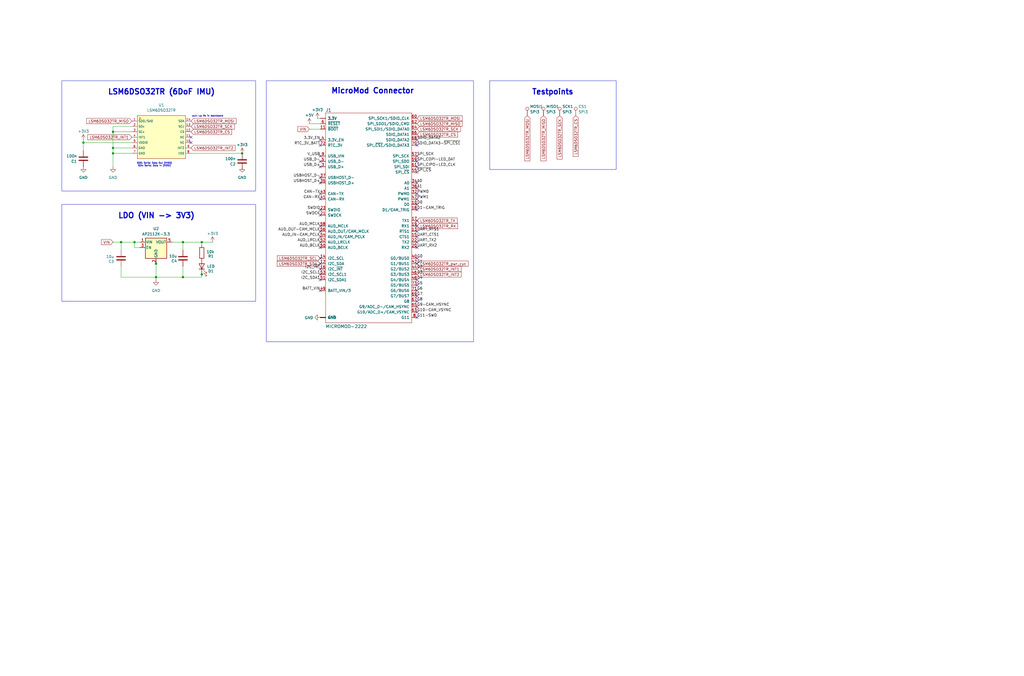
<source format=kicad_sch>
(kicad_sch (version 20250114) (generator "eeschema") (generator_version "9.0")
  (paper "User" 483.387 319.227)
  (lib_symbols
    (symbol "Connector:TestPoint" (pin_numbers (hide yes)) (pin_names (offset 0.762) (hide yes))
      (property "Reference" "TP" (at 0 6.858 0))
      (property "Value" "TestPoint" (at 0 5.08 0))
      (symbol "TestPoint_0_1"
        (circle (center 0 3.302) (radius 0.762))
      )
      (symbol "TestPoint_1_1"
        (pin passive line (at 0 0 90) (length 2.54) (name "1") (number "1"))
      )
    )
    (symbol "Device:C" (pin_numbers (hide yes)) (pin_names (offset 0.254))
      (property "Reference" "C" (at 0.635 2.54 0))
      (property "Value" "C" (at 0.635 -2.54 0))
      (symbol "C_0_1"
        (polyline (pts (xy -2.032 0.762) (xy 2.032 0.762)) (stroke (width 0.508)))
        (polyline (pts (xy -2.032 -0.762) (xy 2.032 -0.762)) (stroke (width 0.508)))
      )
      (symbol "C_1_1"
        (pin passive line (at 0 3.81 270) (length 2.794) (name "~") (number "1"))
        (pin passive line (at 0 -3.81 90) (length 2.794) (name "~") (number "2"))
      )
    )
    (symbol "Device:LED" (pin_numbers (hide yes)) (pin_names (offset 1.016) (hide yes))
      (property "Reference" "D" (at 0 2.54 0))
      (property "Value" "LED" (at 0 -2.54 0))
      (symbol "LED_0_1"
        (polyline (pts (xy -3.048 -0.762) (xy -4.572 -2.286) (xy -3.81 -2.286) (xy -4.572 -2.286) (xy -4.572 -1.524)))
        (polyline (pts (xy -1.778 -0.762) (xy -3.302 -2.286) (xy -2.54 -2.286) (xy -3.302 -2.286) (xy -3.302 -1.524)))
        (polyline (pts (xy -1.27 0) (xy 1.27 0)))
        (polyline (pts (xy -1.27 -1.27) (xy -1.27 1.27)) (stroke (width 0.254)))
        (polyline (pts (xy 1.27 -1.27) (xy 1.27 1.27) (xy -1.27 0) (xy 1.27 -1.27)) (stroke (width 0.254)))
      )
      (symbol "LED_1_1"
        (pin passive line (at -3.81 0 0) (length 2.54) (name "K") (number "1"))
        (pin passive line (at 3.81 0 180) (length 2.54) (name "A") (number "2"))
      )
    )
    (symbol "Device:R" (pin_numbers (hide yes)) (pin_names (offset 0))
      (property "Reference" "R" (at 2.032 0 90))
      (property "Value" "R" (at 0 0 90))
      (symbol "R_0_1"
        (rectangle (start -1.016 -2.54) (end 1.016 2.54) (stroke (width 0.254)))
      )
      (symbol "R_1_1"
        (pin passive line (at 0 3.81 270) (length 1.27) (name "~") (number "1"))
        (pin passive line (at 0 -3.81 90) (length 1.27) (name "~") (number "2"))
      )
    )
    (symbol "LSM6DSO32TR:LSM6DSO32TR"
      (property "Reference" "U" (at 0 1.27 0))
      (property "Value" "LSM6DSO32TR" (at 0 -2.54 0))
      (symbol "LSM6DSO32TR_0_1"
        (rectangle (start -11.43 10.16) (end 11.43 -10.16) (fill (type background)))
        (circle (center -10.16 8.89) (radius 0.381) (fill (type background)))
        (pin unspecified line (at -13.97 7.62 0) (length 2.54) (name "SDO/SA0") (number "1"))
        (pin unspecified line (at -13.97 5.08 0) (length 2.54) (name "SDx") (number "2"))
        (pin unspecified line (at -13.97 2.54 0) (length 2.54) (name "SCx") (number "3"))
        (pin unspecified line (at -13.97 0 0) (length 2.54) (name "INT1") (number "4"))
        (pin unspecified line (at -13.97 -2.54 0) (length 2.54) (name "VDDIO") (number "5"))
        (pin unspecified line (at -13.97 -5.08 0) (length 2.54) (name "GND") (number "6"))
        (pin unspecified line (at -13.97 -7.62 0) (length 2.54) (name "GND") (number "7"))
        (pin unspecified line (at 13.97 7.62 180) (length 2.54) (name "SDA") (number "14"))
        (pin unspecified line (at 13.97 5.08 180) (length 2.54) (name "SCL") (number "13"))
        (pin unspecified line (at 13.97 2.54 180) (length 2.54) (name "CS") (number "12"))
        (pin unspecified line (at 13.97 0 180) (length 2.54) (name "NC") (number "11"))
        (pin unspecified line (at 13.97 -2.54 180) (length 2.54) (name "NC") (number "10"))
        (pin unspecified line (at 13.97 -5.08 180) (length 2.54) (name "INT2") (number "9"))
        (pin unspecified line (at 13.97 -7.62 180) (length 2.54) (name "VDD") (number "8"))
      )
    )
    (symbol "MicroMod_Processor_Board_(2):MICROMOD-2222" (pin_names (offset 1.016))
      (property "Reference" "J" (at -20.32 53.848 0))
      (property "Value" "MICROMOD-2222" (at -20.32 -48.26 0))
      (symbol "MICROMOD-2222_1_0"
        (polyline (pts (xy -20.32 53.34) (xy 20.32 53.34)))
        (polyline (pts (xy -20.32 -45.72) (xy -20.32 53.34)))
        (polyline (pts (xy 20.32 53.34) (xy 20.32 -45.72)))
        (polyline (pts (xy 20.32 -45.72) (xy -20.32 -45.72)))
        (pin bidirectional line (at -22.86 50.8 0) (length 2.54) (name "3.3V") (number "2"))
        (pin bidirectional line (at -22.86 50.8 0) (length 2.54) (name "3.3V") (number "74"))
        (pin bidirectional line (at -22.86 48.26 0) (length 2.54) (name "~{RESET}") (number "6"))
        (pin bidirectional line (at -22.86 45.72 0) (length 2.54) (name "~{BOOT}") (number "11"))
        (pin bidirectional line (at -22.86 40.64 0) (length 2.54) (name "3.3V_EN") (number "4"))
        (pin bidirectional line (at -22.86 38.1 0) (length 2.54) (name "RTC_3V") (number "72"))
        (pin bidirectional line (at -22.86 33.02 0) (length 2.54) (name "USB_VIN") (number "9"))
        (pin bidirectional line (at -22.86 30.48 0) (length 2.54) (name "USB_D-") (number "5"))
        (pin bidirectional line (at -22.86 27.94 0) (length 2.54) (name "USB_D+") (number "3"))
        (pin bidirectional line (at -22.86 22.86 0) (length 2.54) (name "USBHOST_D-") (number "37"))
        (pin bidirectional line (at -22.86 20.32 0) (length 2.54) (name "USBHOST_D+") (number "35"))
        (pin bidirectional line (at -22.86 15.24 0) (length 2.54) (name "CAN-TX") (number "43"))
        (pin bidirectional line (at -22.86 12.7 0) (length 2.54) (name "CAN-RX") (number "41"))
        (pin bidirectional line (at -22.86 7.62 0) (length 2.54) (name "SWDIO") (number "23"))
        (pin bidirectional line (at -22.86 5.08 0) (length 2.54) (name "SWDCK") (number "21"))
        (pin bidirectional line (at -22.86 0 0) (length 2.54) (name "AUD_MCLK") (number "58"))
        (pin bidirectional line (at -22.86 -2.54 0) (length 2.54) (name "AUD_OUT/CAM_MCLK") (number "56"))
        (pin bidirectional line (at -22.86 -5.08 0) (length 2.54) (name "AUD_IN/CAM_PCLK") (number "54"))
        (pin bidirectional line (at -22.86 -7.62 0) (length 2.54) (name "AUD_LRCLK") (number "52"))
        (pin bidirectional line (at -22.86 -10.16 0) (length 2.54) (name "AUD_BCLK") (number "50"))
        (pin bidirectional line (at -22.86 -15.24 0) (length 2.54) (name "I2C_SCL") (number "14"))
        (pin bidirectional line (at -22.86 -17.78 0) (length 2.54) (name "I2C_SDA") (number "12"))
        (pin bidirectional line (at -22.86 -20.32 0) (length 2.54) (name "I2C_~{INT}") (number "16"))
        (pin bidirectional line (at -22.86 -22.86 0) (length 2.54) (name "I2C_SCL1") (number "53"))
        (pin bidirectional line (at -22.86 -25.4 0) (length 2.54) (name "I2C_SDA1") (number "51"))
        (pin bidirectional line (at -22.86 -30.48 0) (length 2.54) (name "BATT_VIN/3") (number "49"))
        (pin bidirectional line (at -22.86 -43.18 0) (length 2.54) (name "GND") (number "1"))
        (pin bidirectional line (at -22.86 -43.18 0) (length 2.54) (name "GND") (number "33"))
        (pin bidirectional line (at -22.86 -43.18 0) (length 2.54) (name "GND") (number "36"))
        (pin bidirectional line (at -22.86 -43.18 0) (length 2.54) (name "GND") (number "39"))
        (pin bidirectional line (at -22.86 -43.18 0) (length 2.54) (name "GND") (number "45"))
        (pin bidirectional line (at -22.86 -43.18 0) (length 2.54) (name "GND") (number "7"))
        (pin bidirectional line (at -22.86 -43.18 0) (length 2.54) (name "GND") (number "75"))
        (pin bidirectional line (at -22.86 -43.18 0) (length 2.54) (name "GND") (number "GND1"))
        (pin bidirectional line (at -22.86 -43.18 0) (length 2.54) (name "GND") (number "GND2"))
        (pin bidirectional line (at -22.86 -43.18 0) (length 2.54) (name "GND") (number "GND3"))
        (pin bidirectional line (at 22.86 50.8 180) (length 2.54) (name "SPI_SCK1/SDIO_CLK") (number "60"))
        (pin bidirectional line (at 22.86 48.26 180) (length 2.54) (name "SPI_SDO1/SDIO_CMD") (number "62"))
        (pin bidirectional line (at 22.86 45.72 180) (length 2.54) (name "SPI_SDI1/SDIO_DATA0") (number "64"))
        (pin bidirectional line (at 22.86 43.18 180) (length 2.54) (name "SDIO_DATA1") (number "66"))
        (pin bidirectional line (at 22.86 40.64 180) (length 2.54) (name "SDIO_DATA2") (number "68"))
        (pin bidirectional line (at 22.86 38.1 180) (length 2.54) (name "SPI_~{CS1}/SDIO_DATA3") (number "70"))
        (pin bidirectional line (at 22.86 33.02 180) (length 2.54) (name "SPI_SCK") (number "57"))
        (pin bidirectional line (at 22.86 30.48 180) (length 2.54) (name "SPI_SDO") (number "59"))
        (pin bidirectional line (at 22.86 27.94 180) (length 2.54) (name "SPI_SDI") (number "61"))
        (pin bidirectional line (at 22.86 25.4 180) (length 2.54) (name "SPI_~{CS}") (number "55"))
        (pin bidirectional line (at 22.86 20.32 180) (length 2.54) (name "A0") (number "34"))
        (pin bidirectional line (at 22.86 17.78 180) (length 2.54) (name "A1") (number "38"))
        (pin bidirectional line (at 22.86 15.24 180) (length 2.54) (name "PWM0") (number "32"))
        (pin bidirectional line (at 22.86 12.7 180) (length 2.54) (name "PWM1") (number "47"))
        (pin bidirectional line (at 22.86 10.16 180) (length 2.54) (name "D0") (number "10"))
        (pin bidirectional line (at 22.86 7.62 180) (length 2.54) (name "D1/CAM_TRIG") (number "18"))
        (pin bidirectional line (at 22.86 2.54 180) (length 2.54) (name "TX1") (number "17"))
        (pin bidirectional line (at 22.86 0 180) (length 2.54) (name "RX1") (number "19"))
        (pin bidirectional line (at 22.86 -2.54 180) (length 2.54) (name "RTS1") (number "13"))
        (pin bidirectional line (at 22.86 -5.08 180) (length 2.54) (name "CTS1") (number "15"))
        (pin bidirectional line (at 22.86 -7.62 180) (length 2.54) (name "TX2") (number "22"))
        (pin bidirectional line (at 22.86 -10.16 180) (length 2.54) (name "RX2") (number "20"))
        (pin bidirectional line (at 22.86 -15.24 180) (length 2.54) (name "G0/BUS0") (number "40"))
        (pin bidirectional line (at 22.86 -17.78 180) (length 2.54) (name "G1/BUS1") (number "42"))
        (pin bidirectional line (at 22.86 -20.32 180) (length 2.54) (name "G2/BUS2") (number "44"))
        (pin bidirectional line (at 22.86 -22.86 180) (length 2.54) (name "G3/BUS3") (number "46"))
        (pin bidirectional line (at 22.86 -25.4 180) (length 2.54) (name "G4/BUS4") (number "48"))
        (pin bidirectional line (at 22.86 -27.94 180) (length 2.54) (name "G5/BUS5") (number "73"))
        (pin bidirectional line (at 22.86 -30.48 180) (length 2.54) (name "G6/BUS6") (number "71"))
        (pin bidirectional line (at 22.86 -33.02 180) (length 2.54) (name "G7/BUS7") (number "69"))
        (pin bidirectional line (at 22.86 -35.56 180) (length 2.54) (name "G8") (number "67"))
        (pin bidirectional line (at 22.86 -38.1 180) (length 2.54) (name "G9/ADC_D-/CAM_HSYNC") (number "65"))
        (pin bidirectional line (at 22.86 -40.64 180) (length 2.54) (name "G10/ADC_D+/CAM_VSYNC") (number "63"))
        (pin bidirectional line (at 22.86 -43.18 180) (length 2.54) (name "G11") (number "8"))
      )
    )
    (symbol "Regulator_Linear:AP2112K-3.3" (pin_names (offset 0.254))
      (property "Reference" "U" (at -5.08 5.715 0))
      (property "Value" "AP2112K-3.3" (at 0 5.715 0))
      (symbol "AP2112K-3.3_0_1"
        (rectangle (start -5.08 4.445) (end 5.08 -5.08) (stroke (width 0.254)) (fill (type background)))
      )
      (symbol "AP2112K-3.3_1_1"
        (pin power_in line (at -7.62 2.54 0) (length 2.54) (name "VIN") (number "1"))
        (pin input line (at -7.62 0 0) (length 2.54) (name "EN") (number "3"))
        (pin power_in line (at 0 -7.62 90) (length 2.54) (name "GND") (number "2"))
        (pin no_connect line (at 5.08 0 180) (length 2.54) (hide yes) (name "NC") (number "4"))
        (pin power_out line (at 7.62 2.54 180) (length 2.54) (name "VOUT") (number "5"))
      )
    )
    (symbol "power:+3V3" (power) (pin_numbers (hide yes)) (pin_names (offset 0) (hide yes))
      (property "Value" "+3V3" (at 0 3.556 0))
      (symbol "+3V3_0_1"
        (polyline (pts (xy -0.762 1.27) (xy 0 2.54)))
        (polyline (pts (xy 0 2.54) (xy 0.762 1.27)))
        (polyline (pts (xy 0 0) (xy 0 2.54)))
      )
      (symbol "+3V3_1_1"
        (pin power_in line (at 0 0 90) (length 0) (name "~") (number "1"))
      )
    )
    (symbol "power:GND" (power) (pin_numbers (hide yes)) (pin_names (offset 0) (hide yes))
      (property "Value" "GND" (at 0 -3.81 0))
      (symbol "GND_0_1"
        (polyline (pts (xy 0 0) (xy 0 -1.27) (xy 1.27 -1.27) (xy 0 -2.54) (xy -1.27 -1.27) (xy 0 -1.27)))
      )
      (symbol "GND_1_1"
        (pin power_in line (at 0 0 270) (length 0) (name "~") (number "1"))
      )
    )
  )
  (rectangle (start 125.73 38.1) (end 223.52 161.29))
  (rectangle (start 29.21 38.1) (end 120.65 90.17))
  (rectangle (start 29.21 96.52) (end 120.65 142.24))
  (rectangle (start 231.14 38.1) (end 290.83 80.01))
  (text "Testpoints" (at 250.952 44.958 0) (effects (font (size 2.54 2.54) (thickness 0.508) (bold yes)) (justify left bottom)))
  (text "LSM6DSO32TR (6DoF IMU)" (at 50.8 44.958 0) (effects (font (size 2.54 2.54) (thickness 0.508) (bold yes)) (justify left bottom)))
  (text "SDO: Serial Data Out (MISO)\nSDA: Serial Data In (MOSI)" (at 72.898 77.724 0) (effects (font (size 0.762 0.762))))
  (text "MicroMod Connector" (at 156.21 44.45 0) (effects (font (size 2.54 2.54) (thickness 0.508) (bold yes)) (justify left bottom)))
  (text "LDO (VIN -> 3V3)" (at 55.626 103.378 0) (effects (font (size 2.54 2.54) (thickness 0.508) (bold yes)) (justify left bottom)))
  (text "pull-up Rs in backboard" (at 98.044 54.864 0) (effects (font (size 0.762 0.762))))
  (junction (at 53.34 69.85))
  (junction (at 39.37 67.31))
  (junction (at 63.5 114.3))
  (junction (at 86.36 114.3))
  (junction (at 86.36 130.81))
  (junction (at 73.66 124.46))
  (junction (at 53.34 72.39))
  (junction (at 73.66 130.81))
  (junction (at 95.25 114.3))
  (junction (at 57.15 114.3))
  (junction (at 114.3 72.39))
  (junction (at 53.34 62.23))
  (junction (at 95.25 129.54))
  (no_connect (at 196.85 137.16))
  (no_connect (at 196.85 142.24))
  (no_connect (at 151.13 116.84))
  (no_connect (at 151.13 124.46))
  (no_connect (at 151.13 91.44))
  (no_connect (at 196.85 66.04))
  (no_connect (at 90.17 67.31))
  (no_connect (at 90.17 64.77))
  (no_connect (at 196.85 149.86))
  (no_connect (at 196.85 78.74))
  (no_connect (at 151.13 83.82))
  (no_connect (at 151.13 73.66))
  (no_connect (at 196.85 73.66))
  (no_connect (at 151.13 111.76))
  (no_connect (at 151.13 121.92))
  (no_connect (at 196.85 96.52))
  (no_connect (at 151.13 137.16))
  (no_connect (at 196.85 91.44))
  (no_connect (at 151.13 99.06))
  (no_connect (at 196.85 81.28))
  (no_connect (at 151.13 68.58))
  (no_connect (at 151.13 93.98))
  (no_connect (at 196.85 121.92))
  (no_connect (at 196.85 144.78))
  (no_connect (at 196.85 114.3))
  (no_connect (at 151.13 106.68))
  (no_connect (at 196.85 147.32))
  (no_connect (at 196.85 104.14))
  (no_connect (at 196.85 86.36))
  (no_connect (at 196.85 68.58))
  (no_connect (at 151.13 129.54))
  (no_connect (at 196.85 106.68))
  (no_connect (at 196.85 132.08))
  (no_connect (at 196.85 134.62))
  (no_connect (at 151.13 76.2))
  (no_connect (at 196.85 109.22))
  (no_connect (at 151.13 66.04))
  (no_connect (at 151.13 101.6))
  (no_connect (at 151.13 114.3))
  (no_connect (at 196.85 139.7))
  (no_connect (at 196.85 111.76))
  (no_connect (at 151.13 78.74))
  (no_connect (at 196.85 93.98))
  (no_connect (at 196.85 124.46))
  (no_connect (at 151.13 127))
  (no_connect (at 196.85 116.84))
  (no_connect (at 196.85 76.2))
  (no_connect (at 151.13 86.36))
  (no_connect (at 151.13 132.08))
  (no_connect (at 196.85 88.9))
  (no_connect (at 196.85 99.06))
  (no_connect (at 151.13 109.22))
  (wire (pts (xy 95.25 115.57) (xy 95.25 114.3)))
  (wire (pts (xy 73.66 123.19) (xy 73.66 124.46)))
  (wire (pts (xy 95.25 130.81) (xy 86.36 130.81)))
  (wire (pts (xy 86.36 125.73) (xy 86.36 130.81)))
  (wire (pts (xy 146.05 58.42) (xy 151.13 58.42)))
  (wire (pts (xy 86.36 114.3) (xy 81.28 114.3)))
  (wire (pts (xy 53.34 62.23) (xy 62.23 62.23)))
  (wire (pts (xy 95.25 121.92) (xy 95.25 123.19)))
  (wire (pts (xy 63.5 114.3) (xy 66.04 114.3)))
  (wire (pts (xy 53.34 114.3) (xy 57.15 114.3)))
  (wire (pts (xy 146.05 60.96) (xy 151.13 60.96)))
  (wire (pts (xy 73.66 124.46) (xy 73.66 130.81)))
  (wire (pts (xy 149.86 55.88) (xy 151.13 55.88)))
  (wire (pts (xy 57.15 130.81) (xy 73.66 130.81)))
  (wire (pts (xy 53.34 72.39) (xy 62.23 72.39)))
  (wire (pts (xy 95.25 128.27) (xy 95.25 129.54)))
  (wire (pts (xy 57.15 118.11) (xy 57.15 114.3)))
  (wire (pts (xy 62.23 69.85) (xy 53.34 69.85)))
  (wire (pts (xy 73.66 132.08) (xy 73.66 130.81)))
  (wire (pts (xy 53.34 59.69) (xy 53.34 62.23)))
  (wire (pts (xy 53.34 69.85) (xy 53.34 72.39)))
  (wire (pts (xy 53.34 78.74) (xy 53.34 72.39)))
  (wire (pts (xy 95.25 114.3) (xy 86.36 114.3)))
  (wire (pts (xy 39.37 71.12) (xy 39.37 67.31)))
  (wire (pts (xy 90.17 72.39) (xy 114.3 72.39)))
  (wire (pts (xy 63.5 116.84) (xy 63.5 114.3)))
  (wire (pts (xy 62.23 59.69) (xy 53.34 59.69)))
  (wire (pts (xy 86.36 130.81) (xy 73.66 130.81)))
  (wire (pts (xy 39.37 66.04) (xy 39.37 67.31)))
  (wire (pts (xy 39.37 67.31) (xy 62.23 67.31)))
  (wire (pts (xy 95.25 114.3) (xy 100.33 114.3)))
  (wire (pts (xy 57.15 125.73) (xy 57.15 130.81)))
  (wire (pts (xy 114.3 78.74) (xy 114.3 80.01)))
  (wire (pts (xy 53.34 62.23) (xy 53.34 69.85)))
  (wire (pts (xy 66.04 116.84) (xy 63.5 116.84)))
  (wire (pts (xy 86.36 118.11) (xy 86.36 114.3)))
  (wire (pts (xy 95.25 129.54) (xy 95.25 130.81)))
  (wire (pts (xy 57.15 114.3) (xy 63.5 114.3)))
  (label "3.3V_EN" (at 151.13 66.04 180))
  (label "AUD_IN-CAM_PCLK" (at 151.13 111.76 180))
  (label "G3" (at 196.85 129.54 0))
  (label "UART_CTS1" (at 196.85 111.76 0))
  (label "UART_RX2" (at 196.85 116.84 0))
  (label "G5" (at 196.85 134.62 0))
  (label "AUD_LRCLK" (at 151.13 114.3 180))
  (label "SWDIO" (at 151.13 99.06 180))
  (label "G9-CAM_HSYNC" (at 196.85 144.78 0))
  (label "I2C_SCL1" (at 151.13 129.54 180))
  (label "USB_D+" (at 151.13 78.74 180))
  (label "I2C_~{INT}" (at 151.13 127 180))
  (label "D1-CAM_TRIG" (at 196.85 99.06 0))
  (label "SPI_CIPO-LED_CLK" (at 196.85 78.74 0))
  (label "AUD_OUT-CAM_MCLK" (at 151.13 109.22 180))
  (label "D0" (at 196.85 96.52 0))
  (label "UART_TX2" (at 196.85 114.3 0))
  (label "G11-SWO" (at 196.85 149.86 0))
  (label "SDIO_DATA2" (at 196.85 66.04 0))
  (label "AUD_MCLK" (at 151.13 106.68 180))
  (label "CAN-RX" (at 151.13 93.98 180))
  (label "SDIO_DATA3-~{SPI_CS1}" (at 196.85 68.58 0))
  (label "~{SPI_CS}" (at 196.85 81.28 0))
  (label "UART_RTS1" (at 196.85 109.22 0))
  (label "USBHOST_D-" (at 151.13 83.82 180))
  (label "G1" (at 196.85 124.46 0))
  (label "CAN-TX" (at 151.13 91.44 180))
  (label "SPI_SCK" (at 196.85 73.66 0))
  (label "SWDCK" (at 151.13 101.6 180))
  (label "AUD_BCLK" (at 151.13 116.84 180))
  (label "USB_D-" (at 151.13 76.2 180))
  (label "G2" (at 196.85 127 0))
  (label "A1" (at 196.85 88.9 0))
  (label "G7" (at 196.85 139.7 0))
  (label "I2C_SDA1" (at 151.13 132.08 180))
  (label "A0" (at 196.85 86.36 0))
  (label "G6" (at 196.85 137.16 0))
  (label "G4" (at 196.85 132.08 0))
  (label "V_USB" (at 151.13 73.66 180))
  (label "SPI_COPI-LED_DAT" (at 196.85 76.2 0))
  (label "PWM0" (at 196.85 91.44 0))
  (label "G0" (at 196.85 121.92 0))
  (label "BATT_VIN" (at 151.13 137.16 180))
  (label "USBHOST_D+" (at 151.13 86.36 180))
  (label "PWM1" (at 196.85 93.98 0))
  (label "G10-CAM_VSYNC" (at 196.85 147.32 0))
  (label "RTC_3V_BATT" (at 151.13 68.58 180))
  (label "G8" (at 196.85 142.24 0))
  (global_label "LSM6DSO32TR_INT2" (shape input) (at 196.85 129.54 0) (property "Intersheetrefs" "${INTERSHEET_REFS}" (effects (hide yes))))
  (global_label "LSM6DSO32TR_CS" (shape input) (at 196.85 63.5 0) (property "Intersheetrefs" "${INTERSHEET_REFS}" (effects (hide yes))))
  (global_label "LSM6DSO32TR_INT1" (shape input) (at 62.23 64.77 180) (property "Intersheetrefs" "${INTERSHEET_REFS}" (effects (hide yes))))
  (global_label "LSM6DSO32TR_SCK" (shape input) (at 264.16 54.61 270) (property "Intersheetrefs" "${INTERSHEET_REFS}" (effects (hide yes))))
  (global_label "LSM6DSO32TR_MOSI" (shape input) (at 196.85 55.88 0) (property "Intersheetrefs" "${INTERSHEET_REFS}" (effects (hide yes))))
  (global_label "LSM6DSO32TR_SDA" (shape input) (at 151.13 124.46 180) (property "Intersheetrefs" "${INTERSHEET_REFS}" (effects (hide yes))))
  (global_label "LSM6DSO32TR_pwr_cyc" (shape input) (at 196.85 124.46 0) (property "Intersheetrefs" "${INTERSHEET_REFS}" (effects (hide yes))))
  (global_label "LSM6DSO32TR_MOSI" (shape input) (at 248.92 54.61 270) (property "Intersheetrefs" "${INTERSHEET_REFS}" (effects (hide yes))))
  (global_label "LSM6DSO32TR_INT1" (shape input) (at 196.85 127 0) (property "Intersheetrefs" "${INTERSHEET_REFS}" (effects (hide yes))))
  (global_label "LSM6DSO32TR_SCL" (shape input) (at 151.13 121.92 180) (property "Intersheetrefs" "${INTERSHEET_REFS}" (effects (hide yes))))
  (global_label "LSM6DSO32TR_RX" (shape input) (at 196.85 106.68 0) (property "Intersheetrefs" "${INTERSHEET_REFS}" (effects (hide yes))))
  (global_label "LSM6DSO32TR_CS" (shape input) (at 271.78 54.61 270) (property "Intersheetrefs" "${INTERSHEET_REFS}" (effects (hide yes))))
  (global_label "LSM6DSO32TR_TX" (shape input) (at 196.85 104.14 0) (property "Intersheetrefs" "${INTERSHEET_REFS}" (effects (hide yes))))
  (global_label "LSM6DSO32TR_MISO" (shape input) (at 62.23 57.15 180) (property "Intersheetrefs" "${INTERSHEET_REFS}" (effects (hide yes))))
  (global_label "LSM6DSO32TR_SCK" (shape input) (at 196.85 60.96 0) (property "Intersheetrefs" "${INTERSHEET_REFS}" (effects (hide yes))))
  (global_label "LSM6DSO32TR_INT2" (shape input) (at 90.17 69.85 0) (property "Intersheetrefs" "${INTERSHEET_REFS}" (effects (hide yes))))
  (global_label "LSM6DSO32TR_SCK" (shape input) (at 90.17 59.69 0) (property "Intersheetrefs" "${INTERSHEET_REFS}" (effects (hide yes))))
  (global_label "LSM6DSO32TR_MISO" (shape input) (at 196.85 58.42 0) (property "Intersheetrefs" "${INTERSHEET_REFS}" (effects (hide yes))))
  (global_label "VIN" (shape input) (at 146.05 60.96 180) (property "Intersheetrefs" "${INTERSHEET_REFS}" (effects (hide yes))))
  (global_label "VIN" (shape input) (at 53.34 114.3 180) (property "Intersheetrefs" "${INTERSHEET_REFS}" (effects (hide yes))))
  (global_label "LSM6DSO32TR_CS" (shape input) (at 90.17 62.23 0) (property "Intersheetrefs" "${INTERSHEET_REFS}" (effects (hide yes))))
  (global_label "LSM6DSO32TR_MOSI" (shape input) (at 90.17 57.15 0) (property "Intersheetrefs" "${INTERSHEET_REFS}" (effects (hide yes))))
  (global_label "LSM6DSO32TR_MISO" (shape input) (at 256.54 54.61 270) (property "Intersheetrefs" "${INTERSHEET_REFS}" (effects (hide yes))))
  (symbol (lib_id "MicroMod_Processor_Board_(2):MICROMOD-2222") (at 173.99 106.68 0) (unit 1)
    (property "Reference" "J1" (at 153.67 52.832 0) (effects (font (size 1.4986 1.4986)) (justify left bottom)))
    (property "Value" "MICROMOD-2222" (at 153.67 154.94 0) (effects (font (size 1.4986 1.4986)) (justify left bottom)))
    (property "Footprint" "SparkFun_MicroMod_ESP32:M.2-CARD-E-22" (effects (hide yes)))
  )
  (symbol (lib_id "power:GND") (at 151.13 149.86 270) (unit 1)
    (property "Reference" "#PWR0101" (effects (hide yes)))
    (property "Value" "GND" (at 147.8788 149.987 90) (effects (justify right)))
  )
  (symbol (lib_id "Device:C") (at 86.36 121.92 0) (unit 1)
    (property "Reference" "C4" (at 83.566 123.19 0) (effects (justify right)))
    (property "Value" "10u" (at 83.566 120.904 0) (effects (justify right)))
    (property "Footprint" "Capacitor_SMD:C_1206_3216Metric" (effects (hide yes)))
    (property "Description" "Unpolarized capacitor" (effects (hide yes)))
  )
  (symbol (lib_id "Device:R") (at 95.25 119.38 0) (unit 1)
    (property "Reference" "R1" (at 99.568 120.904 0))
    (property "Value" "10k" (at 99.314 118.872 0))
    (property "Footprint" "Resistor_SMD:R_0603_1608Metric" (effects (hide yes)))
    (property "Description" "Resistor" (effects (hide yes)))
  )
  (symbol (lib_id "power:+3V3") (at 100.33 114.3 0) (mirror y) (unit 1)
    (property "Reference" "#PWR047" (effects (hide yes)))
    (property "Value" "+3V3" (at 100.33 110.236 0))
    (property "Description" "Power symbol creates a global label with name \"+3V3\"" (effects (hide yes)))
  )
  (symbol (lib_id "Connector:TestPoint") (at 264.16 54.61 0) (unit 1)
    (property "Reference" "SCK1" (at 265.43 50.292 0) (effects (justify left)))
    (property "Value" "SPI3" (at 265.43 52.832 0) (effects (justify left)))
    (property "Footprint" "TestPoint:TestPoint_Pad_D1.0mm" (effects (hide yes)))
    (property "Description" "test point" (effects (hide yes)))
  )
  (symbol (lib_id "power:+3V3") (at 114.3 72.39 0) (mirror y) (unit 1)
    (property "Reference" "#PWR049" (effects (hide yes)))
    (property "Value" "+3V3" (at 114.3 68.326 0))
    (property "Description" "Power symbol creates a global label with name \"+3V3\"" (effects (hide yes)))
  )
  (symbol (lib_id "Connector:TestPoint") (at 248.92 54.61 0) (unit 1)
    (property "Reference" "MOSI1" (at 250.19 50.292 0) (effects (justify left)))
    (property "Value" "SPI3" (at 250.19 52.832 0) (effects (justify left)))
    (property "Footprint" "TestPoint:TestPoint_Pad_D1.0mm" (effects (hide yes)))
    (property "Description" "test point" (effects (hide yes)))
  )
  (symbol (lib_id "Device:C") (at 114.3 76.2 0) (unit 1)
    (property "Reference" "C2" (at 111.252 77.47 0) (effects (justify right)))
    (property "Value" "100n" (at 111.252 74.93 0) (effects (justify right)))
    (property "Footprint" "Capacitor_SMD:C_0402_1005Metric" (effects (hide yes)))
    (property "Description" "Unpolarized capacitor" (effects (hide yes)))
  )
  (symbol (lib_id "power:GND") (at 73.66 132.08 0) (unit 1)
    (property "Reference" "#PWR04" (effects (hide yes)))
    (property "Value" "GND" (at 73.66 137.16 0))
    (property "Description" "Power symbol creates a global label with name \"GND\" , ground" (effects (hide yes)))
  )
  (symbol (lib_id "power:+3V3") (at 146.05 58.42 0) (mirror y) (unit 1)
    (property "Reference" "#PWR061" (effects (hide yes)))
    (property "Value" "+5V" (at 146.05 54.356 0))
    (property "Description" "Power symbol creates a global label with name \"+3V3\"" (effects (hide yes)))
  )
  (symbol (lib_id "LSM6DSO32TR:LSM6DSO32TR") (at 76.2 64.77 0) (unit 1)
    (property "Reference" "U1" (at 76.2 49.53 0))
    (property "Value" "LSM6DSO32TR" (at 76.2 52.07 0))
    (property "Footprint" "Package_LGA:LGA-14_3x2.5mm_P0.5mm_LayoutBorder3x4y" (effects (hide yes)))
    (property "Datasheet" "https://lcsc.com/product-detail/Sensors_Bosch_BMG250_BMG250_C189521.html" (effects (hide yes)))
    (property "LCSC" "C1864162" (effects (hide yes)))
  )
  (symbol (lib_id "Connector:TestPoint") (at 271.78 54.61 0) (unit 1)
    (property "Reference" "CS1" (at 273.05 50.292 0) (effects (justify left)))
    (property "Value" "SPI3" (at 273.05 52.832 0) (effects (justify left)))
    (property "Footprint" "TestPoint:TestPoint_Pad_D1.0mm" (effects (hide yes)))
    (property "Description" "test point" (effects (hide yes)))
  )
  (symbol (lib_id "power:GND") (at 114.3 78.74 0) (unit 1)
    (property "Reference" "#PWR03" (effects (hide yes)))
    (property "Value" "GND" (at 114.3 83.82 0))
    (property "Description" "Power symbol creates a global label with name \"GND\" , ground" (effects (hide yes)))
  )
  (symbol (lib_id "Connector:TestPoint") (at 256.54 54.61 0) (unit 1)
    (property "Reference" "MISO1" (at 257.81 50.292 0) (effects (justify left)))
    (property "Value" "SPI3" (at 257.81 52.832 0) (effects (justify left)))
    (property "Footprint" "TestPoint:TestPoint_Pad_D1.0mm" (effects (hide yes)))
    (property "Description" "test point" (effects (hide yes)))
  )
  (symbol (lib_id "Regulator_Linear:AP2112K-3.3") (at 73.66 116.84 0) (unit 1)
    (property "Reference" "U2" (at 73.66 107.95 0))
    (property "Value" "AP2112K-3.3" (at 73.66 110.49 0))
    (property "Footprint" "Package_TO_SOT_SMD:SOT-23-5" (effects (hide yes)))
    (property "Datasheet" "https://www.diodes.com/assets/Datasheets/AP2112.pdf" (effects (hide yes)))
    (property "Description" "600mA low dropout linear regulator, with enable pin, 3.8V-6V input voltage range, 3.3V fixed positive output, SOT-23-5" (effects (hide yes)))
  )
  (symbol (lib_id "power:GND") (at 53.34 78.74 0) (unit 1)
    (property "Reference" "#PWR01" (effects (hide yes)))
    (property "Value" "GND" (at 53.34 83.82 0))
    (property "Description" "Power symbol creates a global label with name \"GND\" , ground" (effects (hide yes)))
  )
  (symbol (lib_id "Device:LED") (at 95.25 125.73 90) (unit 1)
    (property "Reference" "D1" (at 99.568 127.9525 90))
    (property "Value" "LED" (at 99.568 125.73 90))
    (property "Footprint" "LED_SMD:LED_0603_1608Metric" (effects (hide yes)))
    (property "Description" "Light emitting diode" (effects (hide yes)))
    (property "Sim.Pins" "1=K 2=A" (effects (hide yes)))
  )
  (symbol (lib_id "Device:C") (at 39.37 74.93 0) (unit 1)
    (property "Reference" "C1" (at 36.322 76.2 0) (effects (justify right)))
    (property "Value" "100n" (at 36.322 73.66 0) (effects (justify right)))
    (property "Footprint" "Capacitor_SMD:C_0402_1005Metric" (effects (hide yes)))
    (property "Description" "Unpolarized capacitor" (effects (hide yes)))
  )
  (symbol (lib_id "Device:C") (at 57.15 121.92 0) (unit 1)
    (property "Reference" "C3" (at 53.848 123.444 0) (effects (justify right)))
    (property "Value" "10u" (at 53.848 121.158 0) (effects (justify right)))
    (property "Footprint" "Capacitor_SMD:C_1206_3216Metric" (effects (hide yes)))
    (property "Description" "Unpolarized capacitor" (effects (hide yes)))
  )
  (symbol (lib_id "power:GND") (at 39.37 78.74 0) (unit 1)
    (property "Reference" "#PWR02" (effects (hide yes)))
    (property "Value" "GND" (at 39.37 83.82 0))
    (property "Description" "Power symbol creates a global label with name \"GND\" , ground" (effects (hide yes)))
  )
  (symbol (lib_id "power:+3V3") (at 39.37 66.04 0) (mirror y) (unit 1)
    (property "Reference" "#PWR048" (effects (hide yes)))
    (property "Value" "+3V3" (at 39.37 61.976 0))
    (property "Description" "Power symbol creates a global label with name \"+3V3\"" (effects (hide yes)))
  )
  (symbol (lib_id "power:+3V3") (at 149.86 55.88 0) (mirror y) (unit 1)
    (property "Reference" "#PWR046" (effects (hide yes)))
    (property "Value" "+3V3" (at 149.86 51.816 0))
    (property "Description" "Power symbol creates a global label with name \"+3V3\"" (effects (hide yes)))
  )
)
</source>
